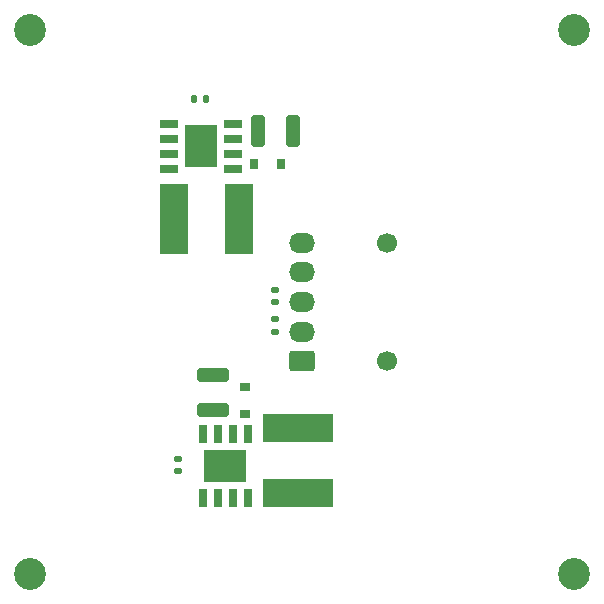
<source format=gbs>
G04 #@! TF.GenerationSoftware,KiCad,Pcbnew,(6.0.0)*
G04 #@! TF.CreationDate,2022-02-11T23:35:21-05:00*
G04 #@! TF.ProjectId,FalconRear,46616c63-6f6e-4526-9561-722e6b696361,1A*
G04 #@! TF.SameCoordinates,Original*
G04 #@! TF.FileFunction,Soldermask,Bot*
G04 #@! TF.FilePolarity,Negative*
%FSLAX46Y46*%
G04 Gerber Fmt 4.6, Leading zero omitted, Abs format (unit mm)*
G04 Created by KiCad (PCBNEW (6.0.0)) date 2022-02-11 23:35:21*
%MOMM*%
%LPD*%
G01*
G04 APERTURE LIST*
G04 Aperture macros list*
%AMRoundRect*
0 Rectangle with rounded corners*
0 $1 Rounding radius*
0 $2 $3 $4 $5 $6 $7 $8 $9 X,Y pos of 4 corners*
0 Add a 4 corners polygon primitive as box body*
4,1,4,$2,$3,$4,$5,$6,$7,$8,$9,$2,$3,0*
0 Add four circle primitives for the rounded corners*
1,1,$1+$1,$2,$3*
1,1,$1+$1,$4,$5*
1,1,$1+$1,$6,$7*
1,1,$1+$1,$8,$9*
0 Add four rect primitives between the rounded corners*
20,1,$1+$1,$2,$3,$4,$5,0*
20,1,$1+$1,$4,$5,$6,$7,0*
20,1,$1+$1,$6,$7,$8,$9,0*
20,1,$1+$1,$8,$9,$2,$3,0*%
G04 Aperture macros list end*
%ADD10C,2.700000*%
%ADD11R,1.500000X0.650000*%
%ADD12R,2.700000X3.600000*%
%ADD13RoundRect,0.135000X-0.185000X0.135000X-0.185000X-0.135000X0.185000X-0.135000X0.185000X0.135000X0*%
%ADD14R,5.900000X2.450000*%
%ADD15R,2.450000X5.900000*%
%ADD16RoundRect,0.135000X-0.135000X-0.185000X0.135000X-0.185000X0.135000X0.185000X-0.135000X0.185000X0*%
%ADD17RoundRect,0.250000X-1.100000X0.325000X-1.100000X-0.325000X1.100000X-0.325000X1.100000X0.325000X0*%
%ADD18R,0.800000X0.900000*%
%ADD19RoundRect,0.250000X0.325000X1.100000X-0.325000X1.100000X-0.325000X-1.100000X0.325000X-1.100000X0*%
%ADD20RoundRect,0.135000X0.185000X-0.135000X0.185000X0.135000X-0.185000X0.135000X-0.185000X-0.135000X0*%
%ADD21C,1.700000*%
%ADD22RoundRect,0.250000X-0.850000X-0.600000X0.850000X-0.600000X0.850000X0.600000X-0.850000X0.600000X0*%
%ADD23O,2.200000X1.700000*%
%ADD24R,0.900000X0.800000*%
%ADD25R,0.650000X1.500000*%
%ADD26R,3.600000X2.700000*%
G04 APERTURE END LIST*
D10*
X122000000Y-119000000D03*
X122000000Y-73000000D03*
X168000000Y-73000000D03*
X168000000Y-119000000D03*
D11*
X133775000Y-84705000D03*
X133775000Y-83435000D03*
X133775000Y-82165000D03*
X133775000Y-80895000D03*
X139175000Y-80895000D03*
X139175000Y-82165000D03*
X139175000Y-83435000D03*
X139175000Y-84705000D03*
D12*
X136475000Y-82800000D03*
D13*
X142710115Y-94980000D03*
X142710115Y-96000000D03*
D14*
X144694500Y-106641600D03*
X144694500Y-112191600D03*
D15*
X139675000Y-89000000D03*
X134125000Y-89000000D03*
D16*
X135890000Y-78800000D03*
X136910000Y-78800000D03*
D17*
X137500000Y-102175000D03*
X137500000Y-105125000D03*
D18*
X143200000Y-84300000D03*
X140900000Y-84300000D03*
D19*
X144225000Y-81500000D03*
X141275000Y-81500000D03*
D13*
X142710115Y-97480000D03*
X142710115Y-98500000D03*
D20*
X134500000Y-110270000D03*
X134500000Y-109250000D03*
D21*
X152180000Y-91000000D03*
X152180000Y-101000000D03*
D22*
X145000000Y-101000000D03*
D23*
X145000000Y-98500000D03*
X145000000Y-96000000D03*
X145000000Y-93500000D03*
X145000000Y-91000000D03*
D24*
X140200000Y-103200000D03*
X140200000Y-105500000D03*
D25*
X140424500Y-112616600D03*
X139154500Y-112616600D03*
X137884500Y-112616600D03*
X136614500Y-112616600D03*
X136614500Y-107216600D03*
X137884500Y-107216600D03*
X139154500Y-107216600D03*
X140424500Y-107216600D03*
D26*
X138519500Y-109916600D03*
M02*

</source>
